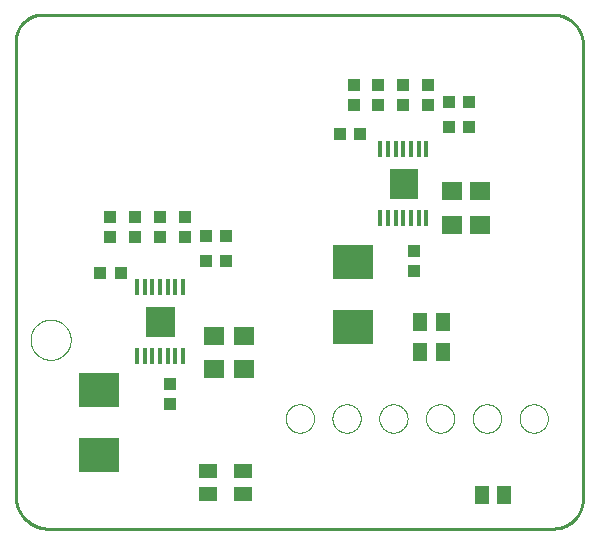
<source format=gtp>
G75*
%MOIN*%
%OFA0B0*%
%FSLAX25Y25*%
%IPPOS*%
%LPD*%
%AMOC8*
5,1,8,0,0,1.08239X$1,22.5*
%
%ADD10C,0.01000*%
%ADD11C,0.00000*%
%ADD12R,0.04331X0.03937*%
%ADD13R,0.05906X0.05118*%
%ADD14R,0.07087X0.06299*%
%ADD15R,0.03937X0.04331*%
%ADD16R,0.01381X0.05753*%
%ADD17C,0.00197*%
%ADD18R,0.13780X0.11811*%
%ADD19R,0.05118X0.05906*%
D10*
X0023254Y0014828D02*
X0192545Y0014828D01*
X0192783Y0014831D01*
X0193021Y0014839D01*
X0193258Y0014854D01*
X0193495Y0014874D01*
X0193731Y0014900D01*
X0193967Y0014931D01*
X0194202Y0014968D01*
X0194436Y0015011D01*
X0194669Y0015060D01*
X0194901Y0015114D01*
X0195131Y0015174D01*
X0195360Y0015239D01*
X0195587Y0015310D01*
X0195812Y0015386D01*
X0196035Y0015468D01*
X0196257Y0015555D01*
X0196476Y0015647D01*
X0196693Y0015745D01*
X0196907Y0015847D01*
X0197119Y0015955D01*
X0197329Y0016069D01*
X0197535Y0016187D01*
X0197739Y0016310D01*
X0197939Y0016438D01*
X0198136Y0016570D01*
X0198331Y0016708D01*
X0198521Y0016850D01*
X0198709Y0016997D01*
X0198892Y0017148D01*
X0199072Y0017303D01*
X0199248Y0017463D01*
X0199420Y0017627D01*
X0199589Y0017796D01*
X0199753Y0017968D01*
X0199913Y0018144D01*
X0200068Y0018324D01*
X0200219Y0018507D01*
X0200366Y0018695D01*
X0200508Y0018885D01*
X0200646Y0019080D01*
X0200778Y0019277D01*
X0200906Y0019477D01*
X0201029Y0019681D01*
X0201147Y0019887D01*
X0201261Y0020097D01*
X0201369Y0020309D01*
X0201471Y0020523D01*
X0201569Y0020740D01*
X0201661Y0020959D01*
X0201748Y0021181D01*
X0201830Y0021404D01*
X0201906Y0021629D01*
X0201977Y0021856D01*
X0202042Y0022085D01*
X0202102Y0022315D01*
X0202156Y0022547D01*
X0202205Y0022780D01*
X0202248Y0023014D01*
X0202285Y0023249D01*
X0202316Y0023485D01*
X0202342Y0023721D01*
X0202362Y0023958D01*
X0202377Y0024195D01*
X0202385Y0024433D01*
X0202388Y0024671D01*
X0202387Y0024671D02*
X0202387Y0176246D01*
X0202388Y0176246D02*
X0202385Y0176484D01*
X0202377Y0176722D01*
X0202362Y0176959D01*
X0202342Y0177196D01*
X0202316Y0177432D01*
X0202285Y0177668D01*
X0202248Y0177903D01*
X0202205Y0178137D01*
X0202156Y0178370D01*
X0202102Y0178602D01*
X0202042Y0178832D01*
X0201977Y0179061D01*
X0201906Y0179288D01*
X0201830Y0179513D01*
X0201748Y0179736D01*
X0201661Y0179958D01*
X0201569Y0180177D01*
X0201471Y0180394D01*
X0201369Y0180608D01*
X0201261Y0180820D01*
X0201147Y0181030D01*
X0201029Y0181236D01*
X0200906Y0181440D01*
X0200778Y0181640D01*
X0200646Y0181837D01*
X0200508Y0182032D01*
X0200366Y0182222D01*
X0200219Y0182410D01*
X0200068Y0182593D01*
X0199913Y0182773D01*
X0199753Y0182949D01*
X0199589Y0183121D01*
X0199420Y0183290D01*
X0199248Y0183454D01*
X0199072Y0183614D01*
X0198892Y0183769D01*
X0198709Y0183920D01*
X0198521Y0184067D01*
X0198331Y0184209D01*
X0198136Y0184347D01*
X0197939Y0184479D01*
X0197739Y0184607D01*
X0197535Y0184730D01*
X0197329Y0184848D01*
X0197119Y0184962D01*
X0196907Y0185070D01*
X0196693Y0185172D01*
X0196476Y0185270D01*
X0196257Y0185362D01*
X0196035Y0185449D01*
X0195812Y0185531D01*
X0195587Y0185607D01*
X0195360Y0185678D01*
X0195131Y0185743D01*
X0194901Y0185803D01*
X0194669Y0185857D01*
X0194436Y0185906D01*
X0194202Y0185949D01*
X0193967Y0185986D01*
X0193731Y0186017D01*
X0193495Y0186043D01*
X0193258Y0186063D01*
X0193021Y0186078D01*
X0192783Y0186086D01*
X0192545Y0186089D01*
X0192545Y0186088D02*
X0023254Y0186088D01*
X0013411Y0178214D02*
X0013411Y0026639D01*
X0013412Y0026639D02*
X0013391Y0026373D01*
X0013376Y0026107D01*
X0013369Y0025840D01*
X0013367Y0025573D01*
X0013373Y0025307D01*
X0013384Y0025040D01*
X0013403Y0024774D01*
X0013428Y0024508D01*
X0013459Y0024243D01*
X0013497Y0023979D01*
X0013541Y0023716D01*
X0013592Y0023454D01*
X0013649Y0023194D01*
X0013713Y0022934D01*
X0013783Y0022677D01*
X0013859Y0022421D01*
X0013942Y0022167D01*
X0014030Y0021916D01*
X0014125Y0021666D01*
X0014226Y0021419D01*
X0014333Y0021175D01*
X0014446Y0020933D01*
X0014565Y0020694D01*
X0014689Y0020459D01*
X0014820Y0020226D01*
X0014956Y0019996D01*
X0015098Y0019770D01*
X0015245Y0019548D01*
X0015397Y0019329D01*
X0015555Y0019114D01*
X0015718Y0018903D01*
X0015887Y0018696D01*
X0016060Y0018493D01*
X0016238Y0018294D01*
X0016421Y0018100D01*
X0016609Y0017910D01*
X0016801Y0017726D01*
X0016998Y0017545D01*
X0017199Y0017370D01*
X0017405Y0017200D01*
X0017614Y0017035D01*
X0017828Y0016875D01*
X0018045Y0016720D01*
X0018266Y0016571D01*
X0018491Y0016427D01*
X0018719Y0016289D01*
X0018951Y0016156D01*
X0019186Y0016029D01*
X0019423Y0015908D01*
X0019664Y0015793D01*
X0019907Y0015684D01*
X0020153Y0015581D01*
X0020402Y0015483D01*
X0020653Y0015392D01*
X0020906Y0015307D01*
X0021161Y0015229D01*
X0021417Y0015156D01*
X0021676Y0015090D01*
X0021936Y0015031D01*
X0022197Y0014977D01*
X0022460Y0014930D01*
X0022724Y0014890D01*
X0022988Y0014856D01*
X0023254Y0014829D01*
X0013411Y0178214D02*
X0013437Y0178428D01*
X0013468Y0178641D01*
X0013505Y0178853D01*
X0013547Y0179065D01*
X0013594Y0179275D01*
X0013646Y0179484D01*
X0013703Y0179692D01*
X0013765Y0179898D01*
X0013832Y0180103D01*
X0013903Y0180306D01*
X0013980Y0180507D01*
X0014062Y0180706D01*
X0014148Y0180904D01*
X0014239Y0181099D01*
X0014335Y0181292D01*
X0014436Y0181482D01*
X0014541Y0181670D01*
X0014650Y0181856D01*
X0014764Y0182038D01*
X0014883Y0182218D01*
X0015005Y0182395D01*
X0015132Y0182569D01*
X0015263Y0182740D01*
X0015399Y0182908D01*
X0015538Y0183072D01*
X0015681Y0183233D01*
X0015828Y0183391D01*
X0015979Y0183544D01*
X0016133Y0183695D01*
X0016291Y0183841D01*
X0016453Y0183984D01*
X0016617Y0184122D01*
X0016786Y0184257D01*
X0016957Y0184387D01*
X0017131Y0184513D01*
X0017309Y0184635D01*
X0017489Y0184753D01*
X0017673Y0184866D01*
X0017858Y0184975D01*
X0018047Y0185080D01*
X0018238Y0185179D01*
X0018431Y0185274D01*
X0018627Y0185365D01*
X0018824Y0185450D01*
X0019024Y0185531D01*
X0019225Y0185607D01*
X0019429Y0185678D01*
X0019634Y0185744D01*
X0019840Y0185806D01*
X0020048Y0185862D01*
X0020257Y0185913D01*
X0020468Y0185959D01*
X0020679Y0186000D01*
X0020892Y0186036D01*
X0021105Y0186067D01*
X0021319Y0186092D01*
X0021533Y0186113D01*
X0021748Y0186128D01*
X0021963Y0186138D01*
X0022178Y0186143D01*
X0022394Y0186142D01*
X0022609Y0186137D01*
X0022824Y0186126D01*
X0023039Y0186110D01*
X0023253Y0186088D01*
D11*
X0018293Y0077761D02*
X0018295Y0077925D01*
X0018301Y0078089D01*
X0018311Y0078253D01*
X0018325Y0078417D01*
X0018343Y0078580D01*
X0018365Y0078743D01*
X0018392Y0078905D01*
X0018422Y0079067D01*
X0018456Y0079227D01*
X0018494Y0079387D01*
X0018535Y0079546D01*
X0018581Y0079704D01*
X0018631Y0079860D01*
X0018684Y0080016D01*
X0018741Y0080170D01*
X0018802Y0080322D01*
X0018867Y0080473D01*
X0018936Y0080623D01*
X0019008Y0080770D01*
X0019083Y0080916D01*
X0019163Y0081060D01*
X0019245Y0081202D01*
X0019331Y0081342D01*
X0019421Y0081479D01*
X0019514Y0081615D01*
X0019610Y0081748D01*
X0019710Y0081879D01*
X0019812Y0082007D01*
X0019918Y0082133D01*
X0020027Y0082256D01*
X0020139Y0082376D01*
X0020253Y0082494D01*
X0020371Y0082608D01*
X0020491Y0082720D01*
X0020614Y0082829D01*
X0020740Y0082935D01*
X0020868Y0083037D01*
X0020999Y0083137D01*
X0021132Y0083233D01*
X0021268Y0083326D01*
X0021405Y0083416D01*
X0021545Y0083502D01*
X0021687Y0083584D01*
X0021831Y0083664D01*
X0021977Y0083739D01*
X0022124Y0083811D01*
X0022274Y0083880D01*
X0022425Y0083945D01*
X0022577Y0084006D01*
X0022731Y0084063D01*
X0022887Y0084116D01*
X0023043Y0084166D01*
X0023201Y0084212D01*
X0023360Y0084253D01*
X0023520Y0084291D01*
X0023680Y0084325D01*
X0023842Y0084355D01*
X0024004Y0084382D01*
X0024167Y0084404D01*
X0024330Y0084422D01*
X0024494Y0084436D01*
X0024658Y0084446D01*
X0024822Y0084452D01*
X0024986Y0084454D01*
X0025150Y0084452D01*
X0025314Y0084446D01*
X0025478Y0084436D01*
X0025642Y0084422D01*
X0025805Y0084404D01*
X0025968Y0084382D01*
X0026130Y0084355D01*
X0026292Y0084325D01*
X0026452Y0084291D01*
X0026612Y0084253D01*
X0026771Y0084212D01*
X0026929Y0084166D01*
X0027085Y0084116D01*
X0027241Y0084063D01*
X0027395Y0084006D01*
X0027547Y0083945D01*
X0027698Y0083880D01*
X0027848Y0083811D01*
X0027995Y0083739D01*
X0028141Y0083664D01*
X0028285Y0083584D01*
X0028427Y0083502D01*
X0028567Y0083416D01*
X0028704Y0083326D01*
X0028840Y0083233D01*
X0028973Y0083137D01*
X0029104Y0083037D01*
X0029232Y0082935D01*
X0029358Y0082829D01*
X0029481Y0082720D01*
X0029601Y0082608D01*
X0029719Y0082494D01*
X0029833Y0082376D01*
X0029945Y0082256D01*
X0030054Y0082133D01*
X0030160Y0082007D01*
X0030262Y0081879D01*
X0030362Y0081748D01*
X0030458Y0081615D01*
X0030551Y0081479D01*
X0030641Y0081342D01*
X0030727Y0081202D01*
X0030809Y0081060D01*
X0030889Y0080916D01*
X0030964Y0080770D01*
X0031036Y0080623D01*
X0031105Y0080473D01*
X0031170Y0080322D01*
X0031231Y0080170D01*
X0031288Y0080016D01*
X0031341Y0079860D01*
X0031391Y0079704D01*
X0031437Y0079546D01*
X0031478Y0079387D01*
X0031516Y0079227D01*
X0031550Y0079067D01*
X0031580Y0078905D01*
X0031607Y0078743D01*
X0031629Y0078580D01*
X0031647Y0078417D01*
X0031661Y0078253D01*
X0031671Y0078089D01*
X0031677Y0077925D01*
X0031679Y0077761D01*
X0031677Y0077597D01*
X0031671Y0077433D01*
X0031661Y0077269D01*
X0031647Y0077105D01*
X0031629Y0076942D01*
X0031607Y0076779D01*
X0031580Y0076617D01*
X0031550Y0076455D01*
X0031516Y0076295D01*
X0031478Y0076135D01*
X0031437Y0075976D01*
X0031391Y0075818D01*
X0031341Y0075662D01*
X0031288Y0075506D01*
X0031231Y0075352D01*
X0031170Y0075200D01*
X0031105Y0075049D01*
X0031036Y0074899D01*
X0030964Y0074752D01*
X0030889Y0074606D01*
X0030809Y0074462D01*
X0030727Y0074320D01*
X0030641Y0074180D01*
X0030551Y0074043D01*
X0030458Y0073907D01*
X0030362Y0073774D01*
X0030262Y0073643D01*
X0030160Y0073515D01*
X0030054Y0073389D01*
X0029945Y0073266D01*
X0029833Y0073146D01*
X0029719Y0073028D01*
X0029601Y0072914D01*
X0029481Y0072802D01*
X0029358Y0072693D01*
X0029232Y0072587D01*
X0029104Y0072485D01*
X0028973Y0072385D01*
X0028840Y0072289D01*
X0028704Y0072196D01*
X0028567Y0072106D01*
X0028427Y0072020D01*
X0028285Y0071938D01*
X0028141Y0071858D01*
X0027995Y0071783D01*
X0027848Y0071711D01*
X0027698Y0071642D01*
X0027547Y0071577D01*
X0027395Y0071516D01*
X0027241Y0071459D01*
X0027085Y0071406D01*
X0026929Y0071356D01*
X0026771Y0071310D01*
X0026612Y0071269D01*
X0026452Y0071231D01*
X0026292Y0071197D01*
X0026130Y0071167D01*
X0025968Y0071140D01*
X0025805Y0071118D01*
X0025642Y0071100D01*
X0025478Y0071086D01*
X0025314Y0071076D01*
X0025150Y0071070D01*
X0024986Y0071068D01*
X0024822Y0071070D01*
X0024658Y0071076D01*
X0024494Y0071086D01*
X0024330Y0071100D01*
X0024167Y0071118D01*
X0024004Y0071140D01*
X0023842Y0071167D01*
X0023680Y0071197D01*
X0023520Y0071231D01*
X0023360Y0071269D01*
X0023201Y0071310D01*
X0023043Y0071356D01*
X0022887Y0071406D01*
X0022731Y0071459D01*
X0022577Y0071516D01*
X0022425Y0071577D01*
X0022274Y0071642D01*
X0022124Y0071711D01*
X0021977Y0071783D01*
X0021831Y0071858D01*
X0021687Y0071938D01*
X0021545Y0072020D01*
X0021405Y0072106D01*
X0021268Y0072196D01*
X0021132Y0072289D01*
X0020999Y0072385D01*
X0020868Y0072485D01*
X0020740Y0072587D01*
X0020614Y0072693D01*
X0020491Y0072802D01*
X0020371Y0072914D01*
X0020253Y0073028D01*
X0020139Y0073146D01*
X0020027Y0073266D01*
X0019918Y0073389D01*
X0019812Y0073515D01*
X0019710Y0073643D01*
X0019610Y0073774D01*
X0019514Y0073907D01*
X0019421Y0074043D01*
X0019331Y0074180D01*
X0019245Y0074320D01*
X0019163Y0074462D01*
X0019083Y0074606D01*
X0019008Y0074752D01*
X0018936Y0074899D01*
X0018867Y0075049D01*
X0018802Y0075200D01*
X0018741Y0075352D01*
X0018684Y0075506D01*
X0018631Y0075662D01*
X0018581Y0075818D01*
X0018535Y0075976D01*
X0018494Y0076135D01*
X0018456Y0076295D01*
X0018422Y0076455D01*
X0018392Y0076617D01*
X0018365Y0076779D01*
X0018343Y0076942D01*
X0018325Y0077105D01*
X0018311Y0077269D01*
X0018301Y0077433D01*
X0018295Y0077597D01*
X0018293Y0077761D01*
X0103333Y0051521D02*
X0103335Y0051658D01*
X0103341Y0051796D01*
X0103351Y0051933D01*
X0103365Y0052069D01*
X0103383Y0052206D01*
X0103405Y0052341D01*
X0103431Y0052476D01*
X0103460Y0052610D01*
X0103494Y0052744D01*
X0103531Y0052876D01*
X0103573Y0053007D01*
X0103618Y0053137D01*
X0103667Y0053265D01*
X0103719Y0053392D01*
X0103776Y0053517D01*
X0103835Y0053641D01*
X0103899Y0053763D01*
X0103966Y0053883D01*
X0104036Y0054001D01*
X0104110Y0054117D01*
X0104187Y0054231D01*
X0104268Y0054342D01*
X0104351Y0054451D01*
X0104438Y0054558D01*
X0104528Y0054661D01*
X0104621Y0054763D01*
X0104717Y0054861D01*
X0104815Y0054957D01*
X0104917Y0055050D01*
X0105020Y0055140D01*
X0105127Y0055227D01*
X0105236Y0055310D01*
X0105347Y0055391D01*
X0105461Y0055468D01*
X0105577Y0055542D01*
X0105695Y0055612D01*
X0105815Y0055679D01*
X0105937Y0055743D01*
X0106061Y0055802D01*
X0106186Y0055859D01*
X0106313Y0055911D01*
X0106441Y0055960D01*
X0106571Y0056005D01*
X0106702Y0056047D01*
X0106834Y0056084D01*
X0106968Y0056118D01*
X0107102Y0056147D01*
X0107237Y0056173D01*
X0107372Y0056195D01*
X0107509Y0056213D01*
X0107645Y0056227D01*
X0107782Y0056237D01*
X0107920Y0056243D01*
X0108057Y0056245D01*
X0108194Y0056243D01*
X0108332Y0056237D01*
X0108469Y0056227D01*
X0108605Y0056213D01*
X0108742Y0056195D01*
X0108877Y0056173D01*
X0109012Y0056147D01*
X0109146Y0056118D01*
X0109280Y0056084D01*
X0109412Y0056047D01*
X0109543Y0056005D01*
X0109673Y0055960D01*
X0109801Y0055911D01*
X0109928Y0055859D01*
X0110053Y0055802D01*
X0110177Y0055743D01*
X0110299Y0055679D01*
X0110419Y0055612D01*
X0110537Y0055542D01*
X0110653Y0055468D01*
X0110767Y0055391D01*
X0110878Y0055310D01*
X0110987Y0055227D01*
X0111094Y0055140D01*
X0111197Y0055050D01*
X0111299Y0054957D01*
X0111397Y0054861D01*
X0111493Y0054763D01*
X0111586Y0054661D01*
X0111676Y0054558D01*
X0111763Y0054451D01*
X0111846Y0054342D01*
X0111927Y0054231D01*
X0112004Y0054117D01*
X0112078Y0054001D01*
X0112148Y0053883D01*
X0112215Y0053763D01*
X0112279Y0053641D01*
X0112338Y0053517D01*
X0112395Y0053392D01*
X0112447Y0053265D01*
X0112496Y0053137D01*
X0112541Y0053007D01*
X0112583Y0052876D01*
X0112620Y0052744D01*
X0112654Y0052610D01*
X0112683Y0052476D01*
X0112709Y0052341D01*
X0112731Y0052206D01*
X0112749Y0052069D01*
X0112763Y0051933D01*
X0112773Y0051796D01*
X0112779Y0051658D01*
X0112781Y0051521D01*
X0112779Y0051384D01*
X0112773Y0051246D01*
X0112763Y0051109D01*
X0112749Y0050973D01*
X0112731Y0050836D01*
X0112709Y0050701D01*
X0112683Y0050566D01*
X0112654Y0050432D01*
X0112620Y0050298D01*
X0112583Y0050166D01*
X0112541Y0050035D01*
X0112496Y0049905D01*
X0112447Y0049777D01*
X0112395Y0049650D01*
X0112338Y0049525D01*
X0112279Y0049401D01*
X0112215Y0049279D01*
X0112148Y0049159D01*
X0112078Y0049041D01*
X0112004Y0048925D01*
X0111927Y0048811D01*
X0111846Y0048700D01*
X0111763Y0048591D01*
X0111676Y0048484D01*
X0111586Y0048381D01*
X0111493Y0048279D01*
X0111397Y0048181D01*
X0111299Y0048085D01*
X0111197Y0047992D01*
X0111094Y0047902D01*
X0110987Y0047815D01*
X0110878Y0047732D01*
X0110767Y0047651D01*
X0110653Y0047574D01*
X0110537Y0047500D01*
X0110419Y0047430D01*
X0110299Y0047363D01*
X0110177Y0047299D01*
X0110053Y0047240D01*
X0109928Y0047183D01*
X0109801Y0047131D01*
X0109673Y0047082D01*
X0109543Y0047037D01*
X0109412Y0046995D01*
X0109280Y0046958D01*
X0109146Y0046924D01*
X0109012Y0046895D01*
X0108877Y0046869D01*
X0108742Y0046847D01*
X0108605Y0046829D01*
X0108469Y0046815D01*
X0108332Y0046805D01*
X0108194Y0046799D01*
X0108057Y0046797D01*
X0107920Y0046799D01*
X0107782Y0046805D01*
X0107645Y0046815D01*
X0107509Y0046829D01*
X0107372Y0046847D01*
X0107237Y0046869D01*
X0107102Y0046895D01*
X0106968Y0046924D01*
X0106834Y0046958D01*
X0106702Y0046995D01*
X0106571Y0047037D01*
X0106441Y0047082D01*
X0106313Y0047131D01*
X0106186Y0047183D01*
X0106061Y0047240D01*
X0105937Y0047299D01*
X0105815Y0047363D01*
X0105695Y0047430D01*
X0105577Y0047500D01*
X0105461Y0047574D01*
X0105347Y0047651D01*
X0105236Y0047732D01*
X0105127Y0047815D01*
X0105020Y0047902D01*
X0104917Y0047992D01*
X0104815Y0048085D01*
X0104717Y0048181D01*
X0104621Y0048279D01*
X0104528Y0048381D01*
X0104438Y0048484D01*
X0104351Y0048591D01*
X0104268Y0048700D01*
X0104187Y0048811D01*
X0104110Y0048925D01*
X0104036Y0049041D01*
X0103966Y0049159D01*
X0103899Y0049279D01*
X0103835Y0049401D01*
X0103776Y0049525D01*
X0103719Y0049650D01*
X0103667Y0049777D01*
X0103618Y0049905D01*
X0103573Y0050035D01*
X0103531Y0050166D01*
X0103494Y0050298D01*
X0103460Y0050432D01*
X0103431Y0050566D01*
X0103405Y0050701D01*
X0103383Y0050836D01*
X0103365Y0050973D01*
X0103351Y0051109D01*
X0103341Y0051246D01*
X0103335Y0051384D01*
X0103333Y0051521D01*
X0118923Y0051521D02*
X0118925Y0051658D01*
X0118931Y0051796D01*
X0118941Y0051933D01*
X0118955Y0052069D01*
X0118973Y0052206D01*
X0118995Y0052341D01*
X0119021Y0052476D01*
X0119050Y0052610D01*
X0119084Y0052744D01*
X0119121Y0052876D01*
X0119163Y0053007D01*
X0119208Y0053137D01*
X0119257Y0053265D01*
X0119309Y0053392D01*
X0119366Y0053517D01*
X0119425Y0053641D01*
X0119489Y0053763D01*
X0119556Y0053883D01*
X0119626Y0054001D01*
X0119700Y0054117D01*
X0119777Y0054231D01*
X0119858Y0054342D01*
X0119941Y0054451D01*
X0120028Y0054558D01*
X0120118Y0054661D01*
X0120211Y0054763D01*
X0120307Y0054861D01*
X0120405Y0054957D01*
X0120507Y0055050D01*
X0120610Y0055140D01*
X0120717Y0055227D01*
X0120826Y0055310D01*
X0120937Y0055391D01*
X0121051Y0055468D01*
X0121167Y0055542D01*
X0121285Y0055612D01*
X0121405Y0055679D01*
X0121527Y0055743D01*
X0121651Y0055802D01*
X0121776Y0055859D01*
X0121903Y0055911D01*
X0122031Y0055960D01*
X0122161Y0056005D01*
X0122292Y0056047D01*
X0122424Y0056084D01*
X0122558Y0056118D01*
X0122692Y0056147D01*
X0122827Y0056173D01*
X0122962Y0056195D01*
X0123099Y0056213D01*
X0123235Y0056227D01*
X0123372Y0056237D01*
X0123510Y0056243D01*
X0123647Y0056245D01*
X0123784Y0056243D01*
X0123922Y0056237D01*
X0124059Y0056227D01*
X0124195Y0056213D01*
X0124332Y0056195D01*
X0124467Y0056173D01*
X0124602Y0056147D01*
X0124736Y0056118D01*
X0124870Y0056084D01*
X0125002Y0056047D01*
X0125133Y0056005D01*
X0125263Y0055960D01*
X0125391Y0055911D01*
X0125518Y0055859D01*
X0125643Y0055802D01*
X0125767Y0055743D01*
X0125889Y0055679D01*
X0126009Y0055612D01*
X0126127Y0055542D01*
X0126243Y0055468D01*
X0126357Y0055391D01*
X0126468Y0055310D01*
X0126577Y0055227D01*
X0126684Y0055140D01*
X0126787Y0055050D01*
X0126889Y0054957D01*
X0126987Y0054861D01*
X0127083Y0054763D01*
X0127176Y0054661D01*
X0127266Y0054558D01*
X0127353Y0054451D01*
X0127436Y0054342D01*
X0127517Y0054231D01*
X0127594Y0054117D01*
X0127668Y0054001D01*
X0127738Y0053883D01*
X0127805Y0053763D01*
X0127869Y0053641D01*
X0127928Y0053517D01*
X0127985Y0053392D01*
X0128037Y0053265D01*
X0128086Y0053137D01*
X0128131Y0053007D01*
X0128173Y0052876D01*
X0128210Y0052744D01*
X0128244Y0052610D01*
X0128273Y0052476D01*
X0128299Y0052341D01*
X0128321Y0052206D01*
X0128339Y0052069D01*
X0128353Y0051933D01*
X0128363Y0051796D01*
X0128369Y0051658D01*
X0128371Y0051521D01*
X0128369Y0051384D01*
X0128363Y0051246D01*
X0128353Y0051109D01*
X0128339Y0050973D01*
X0128321Y0050836D01*
X0128299Y0050701D01*
X0128273Y0050566D01*
X0128244Y0050432D01*
X0128210Y0050298D01*
X0128173Y0050166D01*
X0128131Y0050035D01*
X0128086Y0049905D01*
X0128037Y0049777D01*
X0127985Y0049650D01*
X0127928Y0049525D01*
X0127869Y0049401D01*
X0127805Y0049279D01*
X0127738Y0049159D01*
X0127668Y0049041D01*
X0127594Y0048925D01*
X0127517Y0048811D01*
X0127436Y0048700D01*
X0127353Y0048591D01*
X0127266Y0048484D01*
X0127176Y0048381D01*
X0127083Y0048279D01*
X0126987Y0048181D01*
X0126889Y0048085D01*
X0126787Y0047992D01*
X0126684Y0047902D01*
X0126577Y0047815D01*
X0126468Y0047732D01*
X0126357Y0047651D01*
X0126243Y0047574D01*
X0126127Y0047500D01*
X0126009Y0047430D01*
X0125889Y0047363D01*
X0125767Y0047299D01*
X0125643Y0047240D01*
X0125518Y0047183D01*
X0125391Y0047131D01*
X0125263Y0047082D01*
X0125133Y0047037D01*
X0125002Y0046995D01*
X0124870Y0046958D01*
X0124736Y0046924D01*
X0124602Y0046895D01*
X0124467Y0046869D01*
X0124332Y0046847D01*
X0124195Y0046829D01*
X0124059Y0046815D01*
X0123922Y0046805D01*
X0123784Y0046799D01*
X0123647Y0046797D01*
X0123510Y0046799D01*
X0123372Y0046805D01*
X0123235Y0046815D01*
X0123099Y0046829D01*
X0122962Y0046847D01*
X0122827Y0046869D01*
X0122692Y0046895D01*
X0122558Y0046924D01*
X0122424Y0046958D01*
X0122292Y0046995D01*
X0122161Y0047037D01*
X0122031Y0047082D01*
X0121903Y0047131D01*
X0121776Y0047183D01*
X0121651Y0047240D01*
X0121527Y0047299D01*
X0121405Y0047363D01*
X0121285Y0047430D01*
X0121167Y0047500D01*
X0121051Y0047574D01*
X0120937Y0047651D01*
X0120826Y0047732D01*
X0120717Y0047815D01*
X0120610Y0047902D01*
X0120507Y0047992D01*
X0120405Y0048085D01*
X0120307Y0048181D01*
X0120211Y0048279D01*
X0120118Y0048381D01*
X0120028Y0048484D01*
X0119941Y0048591D01*
X0119858Y0048700D01*
X0119777Y0048811D01*
X0119700Y0048925D01*
X0119626Y0049041D01*
X0119556Y0049159D01*
X0119489Y0049279D01*
X0119425Y0049401D01*
X0119366Y0049525D01*
X0119309Y0049650D01*
X0119257Y0049777D01*
X0119208Y0049905D01*
X0119163Y0050035D01*
X0119121Y0050166D01*
X0119084Y0050298D01*
X0119050Y0050432D01*
X0119021Y0050566D01*
X0118995Y0050701D01*
X0118973Y0050836D01*
X0118955Y0050973D01*
X0118941Y0051109D01*
X0118931Y0051246D01*
X0118925Y0051384D01*
X0118923Y0051521D01*
X0134514Y0051521D02*
X0134516Y0051658D01*
X0134522Y0051796D01*
X0134532Y0051933D01*
X0134546Y0052069D01*
X0134564Y0052206D01*
X0134586Y0052341D01*
X0134612Y0052476D01*
X0134641Y0052610D01*
X0134675Y0052744D01*
X0134712Y0052876D01*
X0134754Y0053007D01*
X0134799Y0053137D01*
X0134848Y0053265D01*
X0134900Y0053392D01*
X0134957Y0053517D01*
X0135016Y0053641D01*
X0135080Y0053763D01*
X0135147Y0053883D01*
X0135217Y0054001D01*
X0135291Y0054117D01*
X0135368Y0054231D01*
X0135449Y0054342D01*
X0135532Y0054451D01*
X0135619Y0054558D01*
X0135709Y0054661D01*
X0135802Y0054763D01*
X0135898Y0054861D01*
X0135996Y0054957D01*
X0136098Y0055050D01*
X0136201Y0055140D01*
X0136308Y0055227D01*
X0136417Y0055310D01*
X0136528Y0055391D01*
X0136642Y0055468D01*
X0136758Y0055542D01*
X0136876Y0055612D01*
X0136996Y0055679D01*
X0137118Y0055743D01*
X0137242Y0055802D01*
X0137367Y0055859D01*
X0137494Y0055911D01*
X0137622Y0055960D01*
X0137752Y0056005D01*
X0137883Y0056047D01*
X0138015Y0056084D01*
X0138149Y0056118D01*
X0138283Y0056147D01*
X0138418Y0056173D01*
X0138553Y0056195D01*
X0138690Y0056213D01*
X0138826Y0056227D01*
X0138963Y0056237D01*
X0139101Y0056243D01*
X0139238Y0056245D01*
X0139375Y0056243D01*
X0139513Y0056237D01*
X0139650Y0056227D01*
X0139786Y0056213D01*
X0139923Y0056195D01*
X0140058Y0056173D01*
X0140193Y0056147D01*
X0140327Y0056118D01*
X0140461Y0056084D01*
X0140593Y0056047D01*
X0140724Y0056005D01*
X0140854Y0055960D01*
X0140982Y0055911D01*
X0141109Y0055859D01*
X0141234Y0055802D01*
X0141358Y0055743D01*
X0141480Y0055679D01*
X0141600Y0055612D01*
X0141718Y0055542D01*
X0141834Y0055468D01*
X0141948Y0055391D01*
X0142059Y0055310D01*
X0142168Y0055227D01*
X0142275Y0055140D01*
X0142378Y0055050D01*
X0142480Y0054957D01*
X0142578Y0054861D01*
X0142674Y0054763D01*
X0142767Y0054661D01*
X0142857Y0054558D01*
X0142944Y0054451D01*
X0143027Y0054342D01*
X0143108Y0054231D01*
X0143185Y0054117D01*
X0143259Y0054001D01*
X0143329Y0053883D01*
X0143396Y0053763D01*
X0143460Y0053641D01*
X0143519Y0053517D01*
X0143576Y0053392D01*
X0143628Y0053265D01*
X0143677Y0053137D01*
X0143722Y0053007D01*
X0143764Y0052876D01*
X0143801Y0052744D01*
X0143835Y0052610D01*
X0143864Y0052476D01*
X0143890Y0052341D01*
X0143912Y0052206D01*
X0143930Y0052069D01*
X0143944Y0051933D01*
X0143954Y0051796D01*
X0143960Y0051658D01*
X0143962Y0051521D01*
X0143960Y0051384D01*
X0143954Y0051246D01*
X0143944Y0051109D01*
X0143930Y0050973D01*
X0143912Y0050836D01*
X0143890Y0050701D01*
X0143864Y0050566D01*
X0143835Y0050432D01*
X0143801Y0050298D01*
X0143764Y0050166D01*
X0143722Y0050035D01*
X0143677Y0049905D01*
X0143628Y0049777D01*
X0143576Y0049650D01*
X0143519Y0049525D01*
X0143460Y0049401D01*
X0143396Y0049279D01*
X0143329Y0049159D01*
X0143259Y0049041D01*
X0143185Y0048925D01*
X0143108Y0048811D01*
X0143027Y0048700D01*
X0142944Y0048591D01*
X0142857Y0048484D01*
X0142767Y0048381D01*
X0142674Y0048279D01*
X0142578Y0048181D01*
X0142480Y0048085D01*
X0142378Y0047992D01*
X0142275Y0047902D01*
X0142168Y0047815D01*
X0142059Y0047732D01*
X0141948Y0047651D01*
X0141834Y0047574D01*
X0141718Y0047500D01*
X0141600Y0047430D01*
X0141480Y0047363D01*
X0141358Y0047299D01*
X0141234Y0047240D01*
X0141109Y0047183D01*
X0140982Y0047131D01*
X0140854Y0047082D01*
X0140724Y0047037D01*
X0140593Y0046995D01*
X0140461Y0046958D01*
X0140327Y0046924D01*
X0140193Y0046895D01*
X0140058Y0046869D01*
X0139923Y0046847D01*
X0139786Y0046829D01*
X0139650Y0046815D01*
X0139513Y0046805D01*
X0139375Y0046799D01*
X0139238Y0046797D01*
X0139101Y0046799D01*
X0138963Y0046805D01*
X0138826Y0046815D01*
X0138690Y0046829D01*
X0138553Y0046847D01*
X0138418Y0046869D01*
X0138283Y0046895D01*
X0138149Y0046924D01*
X0138015Y0046958D01*
X0137883Y0046995D01*
X0137752Y0047037D01*
X0137622Y0047082D01*
X0137494Y0047131D01*
X0137367Y0047183D01*
X0137242Y0047240D01*
X0137118Y0047299D01*
X0136996Y0047363D01*
X0136876Y0047430D01*
X0136758Y0047500D01*
X0136642Y0047574D01*
X0136528Y0047651D01*
X0136417Y0047732D01*
X0136308Y0047815D01*
X0136201Y0047902D01*
X0136098Y0047992D01*
X0135996Y0048085D01*
X0135898Y0048181D01*
X0135802Y0048279D01*
X0135709Y0048381D01*
X0135619Y0048484D01*
X0135532Y0048591D01*
X0135449Y0048700D01*
X0135368Y0048811D01*
X0135291Y0048925D01*
X0135217Y0049041D01*
X0135147Y0049159D01*
X0135080Y0049279D01*
X0135016Y0049401D01*
X0134957Y0049525D01*
X0134900Y0049650D01*
X0134848Y0049777D01*
X0134799Y0049905D01*
X0134754Y0050035D01*
X0134712Y0050166D01*
X0134675Y0050298D01*
X0134641Y0050432D01*
X0134612Y0050566D01*
X0134586Y0050701D01*
X0134564Y0050836D01*
X0134546Y0050973D01*
X0134532Y0051109D01*
X0134522Y0051246D01*
X0134516Y0051384D01*
X0134514Y0051521D01*
X0150104Y0051521D02*
X0150106Y0051658D01*
X0150112Y0051796D01*
X0150122Y0051933D01*
X0150136Y0052069D01*
X0150154Y0052206D01*
X0150176Y0052341D01*
X0150202Y0052476D01*
X0150231Y0052610D01*
X0150265Y0052744D01*
X0150302Y0052876D01*
X0150344Y0053007D01*
X0150389Y0053137D01*
X0150438Y0053265D01*
X0150490Y0053392D01*
X0150547Y0053517D01*
X0150606Y0053641D01*
X0150670Y0053763D01*
X0150737Y0053883D01*
X0150807Y0054001D01*
X0150881Y0054117D01*
X0150958Y0054231D01*
X0151039Y0054342D01*
X0151122Y0054451D01*
X0151209Y0054558D01*
X0151299Y0054661D01*
X0151392Y0054763D01*
X0151488Y0054861D01*
X0151586Y0054957D01*
X0151688Y0055050D01*
X0151791Y0055140D01*
X0151898Y0055227D01*
X0152007Y0055310D01*
X0152118Y0055391D01*
X0152232Y0055468D01*
X0152348Y0055542D01*
X0152466Y0055612D01*
X0152586Y0055679D01*
X0152708Y0055743D01*
X0152832Y0055802D01*
X0152957Y0055859D01*
X0153084Y0055911D01*
X0153212Y0055960D01*
X0153342Y0056005D01*
X0153473Y0056047D01*
X0153605Y0056084D01*
X0153739Y0056118D01*
X0153873Y0056147D01*
X0154008Y0056173D01*
X0154143Y0056195D01*
X0154280Y0056213D01*
X0154416Y0056227D01*
X0154553Y0056237D01*
X0154691Y0056243D01*
X0154828Y0056245D01*
X0154965Y0056243D01*
X0155103Y0056237D01*
X0155240Y0056227D01*
X0155376Y0056213D01*
X0155513Y0056195D01*
X0155648Y0056173D01*
X0155783Y0056147D01*
X0155917Y0056118D01*
X0156051Y0056084D01*
X0156183Y0056047D01*
X0156314Y0056005D01*
X0156444Y0055960D01*
X0156572Y0055911D01*
X0156699Y0055859D01*
X0156824Y0055802D01*
X0156948Y0055743D01*
X0157070Y0055679D01*
X0157190Y0055612D01*
X0157308Y0055542D01*
X0157424Y0055468D01*
X0157538Y0055391D01*
X0157649Y0055310D01*
X0157758Y0055227D01*
X0157865Y0055140D01*
X0157968Y0055050D01*
X0158070Y0054957D01*
X0158168Y0054861D01*
X0158264Y0054763D01*
X0158357Y0054661D01*
X0158447Y0054558D01*
X0158534Y0054451D01*
X0158617Y0054342D01*
X0158698Y0054231D01*
X0158775Y0054117D01*
X0158849Y0054001D01*
X0158919Y0053883D01*
X0158986Y0053763D01*
X0159050Y0053641D01*
X0159109Y0053517D01*
X0159166Y0053392D01*
X0159218Y0053265D01*
X0159267Y0053137D01*
X0159312Y0053007D01*
X0159354Y0052876D01*
X0159391Y0052744D01*
X0159425Y0052610D01*
X0159454Y0052476D01*
X0159480Y0052341D01*
X0159502Y0052206D01*
X0159520Y0052069D01*
X0159534Y0051933D01*
X0159544Y0051796D01*
X0159550Y0051658D01*
X0159552Y0051521D01*
X0159550Y0051384D01*
X0159544Y0051246D01*
X0159534Y0051109D01*
X0159520Y0050973D01*
X0159502Y0050836D01*
X0159480Y0050701D01*
X0159454Y0050566D01*
X0159425Y0050432D01*
X0159391Y0050298D01*
X0159354Y0050166D01*
X0159312Y0050035D01*
X0159267Y0049905D01*
X0159218Y0049777D01*
X0159166Y0049650D01*
X0159109Y0049525D01*
X0159050Y0049401D01*
X0158986Y0049279D01*
X0158919Y0049159D01*
X0158849Y0049041D01*
X0158775Y0048925D01*
X0158698Y0048811D01*
X0158617Y0048700D01*
X0158534Y0048591D01*
X0158447Y0048484D01*
X0158357Y0048381D01*
X0158264Y0048279D01*
X0158168Y0048181D01*
X0158070Y0048085D01*
X0157968Y0047992D01*
X0157865Y0047902D01*
X0157758Y0047815D01*
X0157649Y0047732D01*
X0157538Y0047651D01*
X0157424Y0047574D01*
X0157308Y0047500D01*
X0157190Y0047430D01*
X0157070Y0047363D01*
X0156948Y0047299D01*
X0156824Y0047240D01*
X0156699Y0047183D01*
X0156572Y0047131D01*
X0156444Y0047082D01*
X0156314Y0047037D01*
X0156183Y0046995D01*
X0156051Y0046958D01*
X0155917Y0046924D01*
X0155783Y0046895D01*
X0155648Y0046869D01*
X0155513Y0046847D01*
X0155376Y0046829D01*
X0155240Y0046815D01*
X0155103Y0046805D01*
X0154965Y0046799D01*
X0154828Y0046797D01*
X0154691Y0046799D01*
X0154553Y0046805D01*
X0154416Y0046815D01*
X0154280Y0046829D01*
X0154143Y0046847D01*
X0154008Y0046869D01*
X0153873Y0046895D01*
X0153739Y0046924D01*
X0153605Y0046958D01*
X0153473Y0046995D01*
X0153342Y0047037D01*
X0153212Y0047082D01*
X0153084Y0047131D01*
X0152957Y0047183D01*
X0152832Y0047240D01*
X0152708Y0047299D01*
X0152586Y0047363D01*
X0152466Y0047430D01*
X0152348Y0047500D01*
X0152232Y0047574D01*
X0152118Y0047651D01*
X0152007Y0047732D01*
X0151898Y0047815D01*
X0151791Y0047902D01*
X0151688Y0047992D01*
X0151586Y0048085D01*
X0151488Y0048181D01*
X0151392Y0048279D01*
X0151299Y0048381D01*
X0151209Y0048484D01*
X0151122Y0048591D01*
X0151039Y0048700D01*
X0150958Y0048811D01*
X0150881Y0048925D01*
X0150807Y0049041D01*
X0150737Y0049159D01*
X0150670Y0049279D01*
X0150606Y0049401D01*
X0150547Y0049525D01*
X0150490Y0049650D01*
X0150438Y0049777D01*
X0150389Y0049905D01*
X0150344Y0050035D01*
X0150302Y0050166D01*
X0150265Y0050298D01*
X0150231Y0050432D01*
X0150202Y0050566D01*
X0150176Y0050701D01*
X0150154Y0050836D01*
X0150136Y0050973D01*
X0150122Y0051109D01*
X0150112Y0051246D01*
X0150106Y0051384D01*
X0150104Y0051521D01*
X0165695Y0051521D02*
X0165697Y0051658D01*
X0165703Y0051796D01*
X0165713Y0051933D01*
X0165727Y0052069D01*
X0165745Y0052206D01*
X0165767Y0052341D01*
X0165793Y0052476D01*
X0165822Y0052610D01*
X0165856Y0052744D01*
X0165893Y0052876D01*
X0165935Y0053007D01*
X0165980Y0053137D01*
X0166029Y0053265D01*
X0166081Y0053392D01*
X0166138Y0053517D01*
X0166197Y0053641D01*
X0166261Y0053763D01*
X0166328Y0053883D01*
X0166398Y0054001D01*
X0166472Y0054117D01*
X0166549Y0054231D01*
X0166630Y0054342D01*
X0166713Y0054451D01*
X0166800Y0054558D01*
X0166890Y0054661D01*
X0166983Y0054763D01*
X0167079Y0054861D01*
X0167177Y0054957D01*
X0167279Y0055050D01*
X0167382Y0055140D01*
X0167489Y0055227D01*
X0167598Y0055310D01*
X0167709Y0055391D01*
X0167823Y0055468D01*
X0167939Y0055542D01*
X0168057Y0055612D01*
X0168177Y0055679D01*
X0168299Y0055743D01*
X0168423Y0055802D01*
X0168548Y0055859D01*
X0168675Y0055911D01*
X0168803Y0055960D01*
X0168933Y0056005D01*
X0169064Y0056047D01*
X0169196Y0056084D01*
X0169330Y0056118D01*
X0169464Y0056147D01*
X0169599Y0056173D01*
X0169734Y0056195D01*
X0169871Y0056213D01*
X0170007Y0056227D01*
X0170144Y0056237D01*
X0170282Y0056243D01*
X0170419Y0056245D01*
X0170556Y0056243D01*
X0170694Y0056237D01*
X0170831Y0056227D01*
X0170967Y0056213D01*
X0171104Y0056195D01*
X0171239Y0056173D01*
X0171374Y0056147D01*
X0171508Y0056118D01*
X0171642Y0056084D01*
X0171774Y0056047D01*
X0171905Y0056005D01*
X0172035Y0055960D01*
X0172163Y0055911D01*
X0172290Y0055859D01*
X0172415Y0055802D01*
X0172539Y0055743D01*
X0172661Y0055679D01*
X0172781Y0055612D01*
X0172899Y0055542D01*
X0173015Y0055468D01*
X0173129Y0055391D01*
X0173240Y0055310D01*
X0173349Y0055227D01*
X0173456Y0055140D01*
X0173559Y0055050D01*
X0173661Y0054957D01*
X0173759Y0054861D01*
X0173855Y0054763D01*
X0173948Y0054661D01*
X0174038Y0054558D01*
X0174125Y0054451D01*
X0174208Y0054342D01*
X0174289Y0054231D01*
X0174366Y0054117D01*
X0174440Y0054001D01*
X0174510Y0053883D01*
X0174577Y0053763D01*
X0174641Y0053641D01*
X0174700Y0053517D01*
X0174757Y0053392D01*
X0174809Y0053265D01*
X0174858Y0053137D01*
X0174903Y0053007D01*
X0174945Y0052876D01*
X0174982Y0052744D01*
X0175016Y0052610D01*
X0175045Y0052476D01*
X0175071Y0052341D01*
X0175093Y0052206D01*
X0175111Y0052069D01*
X0175125Y0051933D01*
X0175135Y0051796D01*
X0175141Y0051658D01*
X0175143Y0051521D01*
X0175141Y0051384D01*
X0175135Y0051246D01*
X0175125Y0051109D01*
X0175111Y0050973D01*
X0175093Y0050836D01*
X0175071Y0050701D01*
X0175045Y0050566D01*
X0175016Y0050432D01*
X0174982Y0050298D01*
X0174945Y0050166D01*
X0174903Y0050035D01*
X0174858Y0049905D01*
X0174809Y0049777D01*
X0174757Y0049650D01*
X0174700Y0049525D01*
X0174641Y0049401D01*
X0174577Y0049279D01*
X0174510Y0049159D01*
X0174440Y0049041D01*
X0174366Y0048925D01*
X0174289Y0048811D01*
X0174208Y0048700D01*
X0174125Y0048591D01*
X0174038Y0048484D01*
X0173948Y0048381D01*
X0173855Y0048279D01*
X0173759Y0048181D01*
X0173661Y0048085D01*
X0173559Y0047992D01*
X0173456Y0047902D01*
X0173349Y0047815D01*
X0173240Y0047732D01*
X0173129Y0047651D01*
X0173015Y0047574D01*
X0172899Y0047500D01*
X0172781Y0047430D01*
X0172661Y0047363D01*
X0172539Y0047299D01*
X0172415Y0047240D01*
X0172290Y0047183D01*
X0172163Y0047131D01*
X0172035Y0047082D01*
X0171905Y0047037D01*
X0171774Y0046995D01*
X0171642Y0046958D01*
X0171508Y0046924D01*
X0171374Y0046895D01*
X0171239Y0046869D01*
X0171104Y0046847D01*
X0170967Y0046829D01*
X0170831Y0046815D01*
X0170694Y0046805D01*
X0170556Y0046799D01*
X0170419Y0046797D01*
X0170282Y0046799D01*
X0170144Y0046805D01*
X0170007Y0046815D01*
X0169871Y0046829D01*
X0169734Y0046847D01*
X0169599Y0046869D01*
X0169464Y0046895D01*
X0169330Y0046924D01*
X0169196Y0046958D01*
X0169064Y0046995D01*
X0168933Y0047037D01*
X0168803Y0047082D01*
X0168675Y0047131D01*
X0168548Y0047183D01*
X0168423Y0047240D01*
X0168299Y0047299D01*
X0168177Y0047363D01*
X0168057Y0047430D01*
X0167939Y0047500D01*
X0167823Y0047574D01*
X0167709Y0047651D01*
X0167598Y0047732D01*
X0167489Y0047815D01*
X0167382Y0047902D01*
X0167279Y0047992D01*
X0167177Y0048085D01*
X0167079Y0048181D01*
X0166983Y0048279D01*
X0166890Y0048381D01*
X0166800Y0048484D01*
X0166713Y0048591D01*
X0166630Y0048700D01*
X0166549Y0048811D01*
X0166472Y0048925D01*
X0166398Y0049041D01*
X0166328Y0049159D01*
X0166261Y0049279D01*
X0166197Y0049401D01*
X0166138Y0049525D01*
X0166081Y0049650D01*
X0166029Y0049777D01*
X0165980Y0049905D01*
X0165935Y0050035D01*
X0165893Y0050166D01*
X0165856Y0050298D01*
X0165822Y0050432D01*
X0165793Y0050566D01*
X0165767Y0050701D01*
X0165745Y0050836D01*
X0165727Y0050973D01*
X0165713Y0051109D01*
X0165703Y0051246D01*
X0165697Y0051384D01*
X0165695Y0051521D01*
X0181285Y0051521D02*
X0181287Y0051658D01*
X0181293Y0051796D01*
X0181303Y0051933D01*
X0181317Y0052069D01*
X0181335Y0052206D01*
X0181357Y0052341D01*
X0181383Y0052476D01*
X0181412Y0052610D01*
X0181446Y0052744D01*
X0181483Y0052876D01*
X0181525Y0053007D01*
X0181570Y0053137D01*
X0181619Y0053265D01*
X0181671Y0053392D01*
X0181728Y0053517D01*
X0181787Y0053641D01*
X0181851Y0053763D01*
X0181918Y0053883D01*
X0181988Y0054001D01*
X0182062Y0054117D01*
X0182139Y0054231D01*
X0182220Y0054342D01*
X0182303Y0054451D01*
X0182390Y0054558D01*
X0182480Y0054661D01*
X0182573Y0054763D01*
X0182669Y0054861D01*
X0182767Y0054957D01*
X0182869Y0055050D01*
X0182972Y0055140D01*
X0183079Y0055227D01*
X0183188Y0055310D01*
X0183299Y0055391D01*
X0183413Y0055468D01*
X0183529Y0055542D01*
X0183647Y0055612D01*
X0183767Y0055679D01*
X0183889Y0055743D01*
X0184013Y0055802D01*
X0184138Y0055859D01*
X0184265Y0055911D01*
X0184393Y0055960D01*
X0184523Y0056005D01*
X0184654Y0056047D01*
X0184786Y0056084D01*
X0184920Y0056118D01*
X0185054Y0056147D01*
X0185189Y0056173D01*
X0185324Y0056195D01*
X0185461Y0056213D01*
X0185597Y0056227D01*
X0185734Y0056237D01*
X0185872Y0056243D01*
X0186009Y0056245D01*
X0186146Y0056243D01*
X0186284Y0056237D01*
X0186421Y0056227D01*
X0186557Y0056213D01*
X0186694Y0056195D01*
X0186829Y0056173D01*
X0186964Y0056147D01*
X0187098Y0056118D01*
X0187232Y0056084D01*
X0187364Y0056047D01*
X0187495Y0056005D01*
X0187625Y0055960D01*
X0187753Y0055911D01*
X0187880Y0055859D01*
X0188005Y0055802D01*
X0188129Y0055743D01*
X0188251Y0055679D01*
X0188371Y0055612D01*
X0188489Y0055542D01*
X0188605Y0055468D01*
X0188719Y0055391D01*
X0188830Y0055310D01*
X0188939Y0055227D01*
X0189046Y0055140D01*
X0189149Y0055050D01*
X0189251Y0054957D01*
X0189349Y0054861D01*
X0189445Y0054763D01*
X0189538Y0054661D01*
X0189628Y0054558D01*
X0189715Y0054451D01*
X0189798Y0054342D01*
X0189879Y0054231D01*
X0189956Y0054117D01*
X0190030Y0054001D01*
X0190100Y0053883D01*
X0190167Y0053763D01*
X0190231Y0053641D01*
X0190290Y0053517D01*
X0190347Y0053392D01*
X0190399Y0053265D01*
X0190448Y0053137D01*
X0190493Y0053007D01*
X0190535Y0052876D01*
X0190572Y0052744D01*
X0190606Y0052610D01*
X0190635Y0052476D01*
X0190661Y0052341D01*
X0190683Y0052206D01*
X0190701Y0052069D01*
X0190715Y0051933D01*
X0190725Y0051796D01*
X0190731Y0051658D01*
X0190733Y0051521D01*
X0190731Y0051384D01*
X0190725Y0051246D01*
X0190715Y0051109D01*
X0190701Y0050973D01*
X0190683Y0050836D01*
X0190661Y0050701D01*
X0190635Y0050566D01*
X0190606Y0050432D01*
X0190572Y0050298D01*
X0190535Y0050166D01*
X0190493Y0050035D01*
X0190448Y0049905D01*
X0190399Y0049777D01*
X0190347Y0049650D01*
X0190290Y0049525D01*
X0190231Y0049401D01*
X0190167Y0049279D01*
X0190100Y0049159D01*
X0190030Y0049041D01*
X0189956Y0048925D01*
X0189879Y0048811D01*
X0189798Y0048700D01*
X0189715Y0048591D01*
X0189628Y0048484D01*
X0189538Y0048381D01*
X0189445Y0048279D01*
X0189349Y0048181D01*
X0189251Y0048085D01*
X0189149Y0047992D01*
X0189046Y0047902D01*
X0188939Y0047815D01*
X0188830Y0047732D01*
X0188719Y0047651D01*
X0188605Y0047574D01*
X0188489Y0047500D01*
X0188371Y0047430D01*
X0188251Y0047363D01*
X0188129Y0047299D01*
X0188005Y0047240D01*
X0187880Y0047183D01*
X0187753Y0047131D01*
X0187625Y0047082D01*
X0187495Y0047037D01*
X0187364Y0046995D01*
X0187232Y0046958D01*
X0187098Y0046924D01*
X0186964Y0046895D01*
X0186829Y0046869D01*
X0186694Y0046847D01*
X0186557Y0046829D01*
X0186421Y0046815D01*
X0186284Y0046805D01*
X0186146Y0046799D01*
X0186009Y0046797D01*
X0185872Y0046799D01*
X0185734Y0046805D01*
X0185597Y0046815D01*
X0185461Y0046829D01*
X0185324Y0046847D01*
X0185189Y0046869D01*
X0185054Y0046895D01*
X0184920Y0046924D01*
X0184786Y0046958D01*
X0184654Y0046995D01*
X0184523Y0047037D01*
X0184393Y0047082D01*
X0184265Y0047131D01*
X0184138Y0047183D01*
X0184013Y0047240D01*
X0183889Y0047299D01*
X0183767Y0047363D01*
X0183647Y0047430D01*
X0183529Y0047500D01*
X0183413Y0047574D01*
X0183299Y0047651D01*
X0183188Y0047732D01*
X0183079Y0047815D01*
X0182972Y0047902D01*
X0182869Y0047992D01*
X0182767Y0048085D01*
X0182669Y0048181D01*
X0182573Y0048279D01*
X0182480Y0048381D01*
X0182390Y0048484D01*
X0182303Y0048591D01*
X0182220Y0048700D01*
X0182139Y0048811D01*
X0182062Y0048925D01*
X0181988Y0049041D01*
X0181918Y0049159D01*
X0181851Y0049279D01*
X0181787Y0049401D01*
X0181728Y0049525D01*
X0181671Y0049650D01*
X0181619Y0049777D01*
X0181570Y0049905D01*
X0181525Y0050035D01*
X0181483Y0050166D01*
X0181446Y0050298D01*
X0181412Y0050432D01*
X0181383Y0050566D01*
X0181357Y0050701D01*
X0181335Y0050836D01*
X0181317Y0050973D01*
X0181303Y0051109D01*
X0181293Y0051246D01*
X0181287Y0051384D01*
X0181285Y0051521D01*
D12*
X0083372Y0103883D03*
X0076679Y0103883D03*
X0069710Y0112033D03*
X0069710Y0118726D03*
X0044907Y0118726D03*
X0044907Y0112033D03*
X0126009Y0156128D03*
X0126009Y0162820D03*
X0150813Y0162820D03*
X0150813Y0156128D03*
X0157702Y0148844D03*
X0164395Y0148844D03*
D13*
X0089116Y0033937D03*
X0089116Y0026456D03*
X0077584Y0026403D03*
X0077584Y0033883D03*
D14*
X0079474Y0068096D03*
X0089592Y0067978D03*
X0089592Y0079002D03*
X0079474Y0079120D03*
X0158687Y0116167D03*
X0168135Y0116167D03*
X0168135Y0127191D03*
X0158687Y0127191D03*
D15*
X0146088Y0107309D03*
X0146088Y0100616D03*
X0128175Y0146482D03*
X0121482Y0146482D03*
X0134277Y0156128D03*
X0134277Y0162820D03*
X0142545Y0162820D03*
X0142545Y0156128D03*
X0157702Y0157112D03*
X0164395Y0157112D03*
X0083411Y0112226D03*
X0076718Y0112226D03*
X0061443Y0112033D03*
X0061443Y0118726D03*
X0053175Y0118726D03*
X0053175Y0112033D03*
X0048285Y0100092D03*
X0041592Y0100092D03*
X0064628Y0062998D03*
X0064628Y0056305D03*
D16*
X0064041Y0072368D03*
X0066600Y0072368D03*
X0069159Y0072368D03*
X0061482Y0072368D03*
X0058923Y0072368D03*
X0056364Y0072368D03*
X0053805Y0072368D03*
X0053805Y0095399D03*
X0056364Y0095399D03*
X0058923Y0095399D03*
X0061482Y0095399D03*
X0064041Y0095399D03*
X0066600Y0095399D03*
X0069159Y0095399D03*
X0134868Y0118431D03*
X0137427Y0118431D03*
X0139986Y0118431D03*
X0142545Y0118431D03*
X0145104Y0118431D03*
X0147663Y0118431D03*
X0150222Y0118431D03*
X0150222Y0141462D03*
X0147663Y0141462D03*
X0145104Y0141462D03*
X0142545Y0141462D03*
X0139986Y0141462D03*
X0137427Y0141462D03*
X0134868Y0141462D03*
D17*
X0137998Y0134789D02*
X0137998Y0125104D01*
X0147092Y0125104D01*
X0147092Y0134789D01*
X0137998Y0134789D01*
X0137998Y0134615D02*
X0147092Y0134615D01*
X0147092Y0134419D02*
X0137998Y0134419D01*
X0137998Y0134224D02*
X0147092Y0134224D01*
X0147092Y0134029D02*
X0137998Y0134029D01*
X0137998Y0133833D02*
X0147092Y0133833D01*
X0147092Y0133638D02*
X0137998Y0133638D01*
X0137998Y0133443D02*
X0147092Y0133443D01*
X0147092Y0133247D02*
X0137998Y0133247D01*
X0137998Y0133052D02*
X0147092Y0133052D01*
X0147092Y0132857D02*
X0137998Y0132857D01*
X0137998Y0132661D02*
X0147092Y0132661D01*
X0147092Y0132466D02*
X0137998Y0132466D01*
X0137998Y0132271D02*
X0147092Y0132271D01*
X0147092Y0132075D02*
X0137998Y0132075D01*
X0137998Y0131880D02*
X0147092Y0131880D01*
X0147092Y0131684D02*
X0137998Y0131684D01*
X0137998Y0131489D02*
X0147092Y0131489D01*
X0147092Y0131294D02*
X0137998Y0131294D01*
X0137998Y0131098D02*
X0147092Y0131098D01*
X0147092Y0130903D02*
X0137998Y0130903D01*
X0137998Y0130708D02*
X0147092Y0130708D01*
X0147092Y0130512D02*
X0137998Y0130512D01*
X0137998Y0130317D02*
X0147092Y0130317D01*
X0147092Y0130122D02*
X0137998Y0130122D01*
X0137998Y0129926D02*
X0147092Y0129926D01*
X0147092Y0129731D02*
X0137998Y0129731D01*
X0137998Y0129535D02*
X0147092Y0129535D01*
X0147092Y0129340D02*
X0137998Y0129340D01*
X0137998Y0129145D02*
X0147092Y0129145D01*
X0147092Y0128949D02*
X0137998Y0128949D01*
X0137998Y0128754D02*
X0147092Y0128754D01*
X0147092Y0128559D02*
X0137998Y0128559D01*
X0137998Y0128363D02*
X0147092Y0128363D01*
X0147092Y0128168D02*
X0137998Y0128168D01*
X0137998Y0127973D02*
X0147092Y0127973D01*
X0147092Y0127777D02*
X0137998Y0127777D01*
X0137998Y0127582D02*
X0147092Y0127582D01*
X0147092Y0127386D02*
X0137998Y0127386D01*
X0137998Y0127191D02*
X0147092Y0127191D01*
X0147092Y0126996D02*
X0137998Y0126996D01*
X0137998Y0126800D02*
X0147092Y0126800D01*
X0147092Y0126605D02*
X0137998Y0126605D01*
X0137998Y0126410D02*
X0147092Y0126410D01*
X0147092Y0126214D02*
X0137998Y0126214D01*
X0137998Y0126019D02*
X0147092Y0126019D01*
X0147092Y0125824D02*
X0137998Y0125824D01*
X0137998Y0125628D02*
X0147092Y0125628D01*
X0147092Y0125433D02*
X0137998Y0125433D01*
X0137998Y0125237D02*
X0147092Y0125237D01*
X0066029Y0088726D02*
X0066029Y0079041D01*
X0056935Y0079041D01*
X0056935Y0088726D01*
X0066029Y0088726D01*
X0066029Y0088705D02*
X0056935Y0088705D01*
X0056935Y0088509D02*
X0066029Y0088509D01*
X0066029Y0088314D02*
X0056935Y0088314D01*
X0056935Y0088119D02*
X0066029Y0088119D01*
X0066029Y0087923D02*
X0056935Y0087923D01*
X0056935Y0087728D02*
X0066029Y0087728D01*
X0066029Y0087533D02*
X0056935Y0087533D01*
X0056935Y0087337D02*
X0066029Y0087337D01*
X0066029Y0087142D02*
X0056935Y0087142D01*
X0056935Y0086947D02*
X0066029Y0086947D01*
X0066029Y0086751D02*
X0056935Y0086751D01*
X0056935Y0086556D02*
X0066029Y0086556D01*
X0066029Y0086361D02*
X0056935Y0086361D01*
X0056935Y0086165D02*
X0066029Y0086165D01*
X0066029Y0085970D02*
X0056935Y0085970D01*
X0056935Y0085774D02*
X0066029Y0085774D01*
X0066029Y0085579D02*
X0056935Y0085579D01*
X0056935Y0085384D02*
X0066029Y0085384D01*
X0066029Y0085188D02*
X0056935Y0085188D01*
X0056935Y0084993D02*
X0066029Y0084993D01*
X0066029Y0084798D02*
X0056935Y0084798D01*
X0056935Y0084602D02*
X0066029Y0084602D01*
X0066029Y0084407D02*
X0056935Y0084407D01*
X0056935Y0084212D02*
X0066029Y0084212D01*
X0066029Y0084016D02*
X0056935Y0084016D01*
X0056935Y0083821D02*
X0066029Y0083821D01*
X0066029Y0083625D02*
X0056935Y0083625D01*
X0056935Y0083430D02*
X0066029Y0083430D01*
X0066029Y0083235D02*
X0056935Y0083235D01*
X0056935Y0083039D02*
X0066029Y0083039D01*
X0066029Y0082844D02*
X0056935Y0082844D01*
X0056935Y0082649D02*
X0066029Y0082649D01*
X0066029Y0082453D02*
X0056935Y0082453D01*
X0056935Y0082258D02*
X0066029Y0082258D01*
X0066029Y0082063D02*
X0056935Y0082063D01*
X0056935Y0081867D02*
X0066029Y0081867D01*
X0066029Y0081672D02*
X0056935Y0081672D01*
X0056935Y0081476D02*
X0066029Y0081476D01*
X0066029Y0081281D02*
X0056935Y0081281D01*
X0056935Y0081086D02*
X0066029Y0081086D01*
X0066029Y0080890D02*
X0056935Y0080890D01*
X0056935Y0080695D02*
X0066029Y0080695D01*
X0066029Y0080500D02*
X0056935Y0080500D01*
X0056935Y0080304D02*
X0066029Y0080304D01*
X0066029Y0080109D02*
X0056935Y0080109D01*
X0056935Y0079914D02*
X0066029Y0079914D01*
X0066029Y0079718D02*
X0056935Y0079718D01*
X0056935Y0079523D02*
X0066029Y0079523D01*
X0066029Y0079327D02*
X0056935Y0079327D01*
X0056935Y0079132D02*
X0066029Y0079132D01*
D18*
X0040970Y0060891D03*
X0040970Y0039238D03*
X0125616Y0081915D03*
X0125616Y0103569D03*
D19*
X0148254Y0083687D03*
X0155734Y0083687D03*
X0155734Y0073844D03*
X0148254Y0073844D03*
X0168726Y0026009D03*
X0176206Y0026009D03*
M02*

</source>
